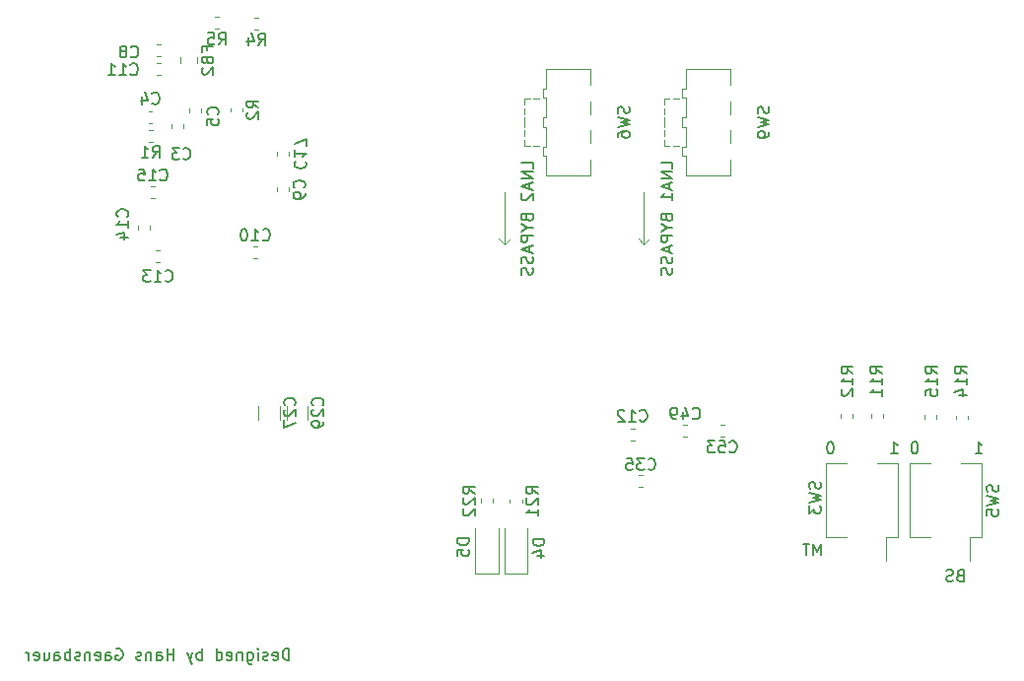
<source format=gbr>
%TF.GenerationSoftware,KiCad,Pcbnew,(5.1.6)-1*%
%TF.CreationDate,2021-04-01T20:33:04-06:00*%
%TF.ProjectId,radar_flight,72616461-725f-4666-9c69-6768742e6b69,rev?*%
%TF.SameCoordinates,Original*%
%TF.FileFunction,Legend,Bot*%
%TF.FilePolarity,Positive*%
%FSLAX46Y46*%
G04 Gerber Fmt 4.6, Leading zero omitted, Abs format (unit mm)*
G04 Created by KiCad (PCBNEW (5.1.6)-1) date 2021-04-01 20:33:04*
%MOMM*%
%LPD*%
G01*
G04 APERTURE LIST*
%ADD10C,0.150000*%
%ADD11C,0.120000*%
G04 APERTURE END LIST*
D10*
X84011904Y-173952380D02*
X84011904Y-172952380D01*
X83773809Y-172952380D01*
X83630952Y-173000000D01*
X83535714Y-173095238D01*
X83488095Y-173190476D01*
X83440476Y-173380952D01*
X83440476Y-173523809D01*
X83488095Y-173714285D01*
X83535714Y-173809523D01*
X83630952Y-173904761D01*
X83773809Y-173952380D01*
X84011904Y-173952380D01*
X82630952Y-173904761D02*
X82726190Y-173952380D01*
X82916666Y-173952380D01*
X83011904Y-173904761D01*
X83059523Y-173809523D01*
X83059523Y-173428571D01*
X83011904Y-173333333D01*
X82916666Y-173285714D01*
X82726190Y-173285714D01*
X82630952Y-173333333D01*
X82583333Y-173428571D01*
X82583333Y-173523809D01*
X83059523Y-173619047D01*
X82202380Y-173904761D02*
X82107142Y-173952380D01*
X81916666Y-173952380D01*
X81821428Y-173904761D01*
X81773809Y-173809523D01*
X81773809Y-173761904D01*
X81821428Y-173666666D01*
X81916666Y-173619047D01*
X82059523Y-173619047D01*
X82154761Y-173571428D01*
X82202380Y-173476190D01*
X82202380Y-173428571D01*
X82154761Y-173333333D01*
X82059523Y-173285714D01*
X81916666Y-173285714D01*
X81821428Y-173333333D01*
X81345238Y-173952380D02*
X81345238Y-173285714D01*
X81345238Y-172952380D02*
X81392857Y-173000000D01*
X81345238Y-173047619D01*
X81297619Y-173000000D01*
X81345238Y-172952380D01*
X81345238Y-173047619D01*
X80440476Y-173285714D02*
X80440476Y-174095238D01*
X80488095Y-174190476D01*
X80535714Y-174238095D01*
X80630952Y-174285714D01*
X80773809Y-174285714D01*
X80869047Y-174238095D01*
X80440476Y-173904761D02*
X80535714Y-173952380D01*
X80726190Y-173952380D01*
X80821428Y-173904761D01*
X80869047Y-173857142D01*
X80916666Y-173761904D01*
X80916666Y-173476190D01*
X80869047Y-173380952D01*
X80821428Y-173333333D01*
X80726190Y-173285714D01*
X80535714Y-173285714D01*
X80440476Y-173333333D01*
X79964285Y-173285714D02*
X79964285Y-173952380D01*
X79964285Y-173380952D02*
X79916666Y-173333333D01*
X79821428Y-173285714D01*
X79678571Y-173285714D01*
X79583333Y-173333333D01*
X79535714Y-173428571D01*
X79535714Y-173952380D01*
X78678571Y-173904761D02*
X78773809Y-173952380D01*
X78964285Y-173952380D01*
X79059523Y-173904761D01*
X79107142Y-173809523D01*
X79107142Y-173428571D01*
X79059523Y-173333333D01*
X78964285Y-173285714D01*
X78773809Y-173285714D01*
X78678571Y-173333333D01*
X78630952Y-173428571D01*
X78630952Y-173523809D01*
X79107142Y-173619047D01*
X77773809Y-173952380D02*
X77773809Y-172952380D01*
X77773809Y-173904761D02*
X77869047Y-173952380D01*
X78059523Y-173952380D01*
X78154761Y-173904761D01*
X78202380Y-173857142D01*
X78250000Y-173761904D01*
X78250000Y-173476190D01*
X78202380Y-173380952D01*
X78154761Y-173333333D01*
X78059523Y-173285714D01*
X77869047Y-173285714D01*
X77773809Y-173333333D01*
X76535714Y-173952380D02*
X76535714Y-172952380D01*
X76535714Y-173333333D02*
X76440476Y-173285714D01*
X76250000Y-173285714D01*
X76154761Y-173333333D01*
X76107142Y-173380952D01*
X76059523Y-173476190D01*
X76059523Y-173761904D01*
X76107142Y-173857142D01*
X76154761Y-173904761D01*
X76250000Y-173952380D01*
X76440476Y-173952380D01*
X76535714Y-173904761D01*
X75726190Y-173285714D02*
X75488095Y-173952380D01*
X75250000Y-173285714D02*
X75488095Y-173952380D01*
X75583333Y-174190476D01*
X75630952Y-174238095D01*
X75726190Y-174285714D01*
X74107142Y-173952380D02*
X74107142Y-172952380D01*
X74107142Y-173428571D02*
X73535714Y-173428571D01*
X73535714Y-173952380D02*
X73535714Y-172952380D01*
X72630952Y-173952380D02*
X72630952Y-173428571D01*
X72678571Y-173333333D01*
X72773809Y-173285714D01*
X72964285Y-173285714D01*
X73059523Y-173333333D01*
X72630952Y-173904761D02*
X72726190Y-173952380D01*
X72964285Y-173952380D01*
X73059523Y-173904761D01*
X73107142Y-173809523D01*
X73107142Y-173714285D01*
X73059523Y-173619047D01*
X72964285Y-173571428D01*
X72726190Y-173571428D01*
X72630952Y-173523809D01*
X72154761Y-173285714D02*
X72154761Y-173952380D01*
X72154761Y-173380952D02*
X72107142Y-173333333D01*
X72011904Y-173285714D01*
X71869047Y-173285714D01*
X71773809Y-173333333D01*
X71726190Y-173428571D01*
X71726190Y-173952380D01*
X71297619Y-173904761D02*
X71202380Y-173952380D01*
X71011904Y-173952380D01*
X70916666Y-173904761D01*
X70869047Y-173809523D01*
X70869047Y-173761904D01*
X70916666Y-173666666D01*
X71011904Y-173619047D01*
X71154761Y-173619047D01*
X71250000Y-173571428D01*
X71297619Y-173476190D01*
X71297619Y-173428571D01*
X71250000Y-173333333D01*
X71154761Y-173285714D01*
X71011904Y-173285714D01*
X70916666Y-173333333D01*
X69154761Y-173000000D02*
X69250000Y-172952380D01*
X69392857Y-172952380D01*
X69535714Y-173000000D01*
X69630952Y-173095238D01*
X69678571Y-173190476D01*
X69726190Y-173380952D01*
X69726190Y-173523809D01*
X69678571Y-173714285D01*
X69630952Y-173809523D01*
X69535714Y-173904761D01*
X69392857Y-173952380D01*
X69297619Y-173952380D01*
X69154761Y-173904761D01*
X69107142Y-173857142D01*
X69107142Y-173523809D01*
X69297619Y-173523809D01*
X68250000Y-173952380D02*
X68250000Y-173428571D01*
X68297619Y-173333333D01*
X68392857Y-173285714D01*
X68583333Y-173285714D01*
X68678571Y-173333333D01*
X68250000Y-173904761D02*
X68345238Y-173952380D01*
X68583333Y-173952380D01*
X68678571Y-173904761D01*
X68726190Y-173809523D01*
X68726190Y-173714285D01*
X68678571Y-173619047D01*
X68583333Y-173571428D01*
X68345238Y-173571428D01*
X68250000Y-173523809D01*
X67392857Y-173904761D02*
X67488095Y-173952380D01*
X67678571Y-173952380D01*
X67773809Y-173904761D01*
X67821428Y-173809523D01*
X67821428Y-173428571D01*
X67773809Y-173333333D01*
X67678571Y-173285714D01*
X67488095Y-173285714D01*
X67392857Y-173333333D01*
X67345238Y-173428571D01*
X67345238Y-173523809D01*
X67821428Y-173619047D01*
X66916666Y-173285714D02*
X66916666Y-173952380D01*
X66916666Y-173380952D02*
X66869047Y-173333333D01*
X66773809Y-173285714D01*
X66630952Y-173285714D01*
X66535714Y-173333333D01*
X66488095Y-173428571D01*
X66488095Y-173952380D01*
X66059523Y-173904761D02*
X65964285Y-173952380D01*
X65773809Y-173952380D01*
X65678571Y-173904761D01*
X65630952Y-173809523D01*
X65630952Y-173761904D01*
X65678571Y-173666666D01*
X65773809Y-173619047D01*
X65916666Y-173619047D01*
X66011904Y-173571428D01*
X66059523Y-173476190D01*
X66059523Y-173428571D01*
X66011904Y-173333333D01*
X65916666Y-173285714D01*
X65773809Y-173285714D01*
X65678571Y-173333333D01*
X65202380Y-173952380D02*
X65202380Y-172952380D01*
X65202380Y-173333333D02*
X65107142Y-173285714D01*
X64916666Y-173285714D01*
X64821428Y-173333333D01*
X64773809Y-173380952D01*
X64726190Y-173476190D01*
X64726190Y-173761904D01*
X64773809Y-173857142D01*
X64821428Y-173904761D01*
X64916666Y-173952380D01*
X65107142Y-173952380D01*
X65202380Y-173904761D01*
X63869047Y-173952380D02*
X63869047Y-173428571D01*
X63916666Y-173333333D01*
X64011904Y-173285714D01*
X64202380Y-173285714D01*
X64297619Y-173333333D01*
X63869047Y-173904761D02*
X63964285Y-173952380D01*
X64202380Y-173952380D01*
X64297619Y-173904761D01*
X64345238Y-173809523D01*
X64345238Y-173714285D01*
X64297619Y-173619047D01*
X64202380Y-173571428D01*
X63964285Y-173571428D01*
X63869047Y-173523809D01*
X62964285Y-173285714D02*
X62964285Y-173952380D01*
X63392857Y-173285714D02*
X63392857Y-173809523D01*
X63345238Y-173904761D01*
X63250000Y-173952380D01*
X63107142Y-173952380D01*
X63011904Y-173904761D01*
X62964285Y-173857142D01*
X62107142Y-173904761D02*
X62202380Y-173952380D01*
X62392857Y-173952380D01*
X62488095Y-173904761D01*
X62535714Y-173809523D01*
X62535714Y-173428571D01*
X62488095Y-173333333D01*
X62392857Y-173285714D01*
X62202380Y-173285714D01*
X62107142Y-173333333D01*
X62059523Y-173428571D01*
X62059523Y-173523809D01*
X62535714Y-173619047D01*
X61630952Y-173952380D02*
X61630952Y-173285714D01*
X61630952Y-173476190D02*
X61583333Y-173380952D01*
X61535714Y-173333333D01*
X61440476Y-173285714D01*
X61345238Y-173285714D01*
D11*
X102500000Y-138250000D02*
X102000000Y-137750000D01*
X102500000Y-133750000D02*
X102500000Y-138250000D01*
X102500000Y-138250000D02*
X103000000Y-137750000D01*
X114500000Y-138250000D02*
X114000000Y-137750000D01*
X114500000Y-138250000D02*
X115000000Y-137750000D01*
X114500000Y-133750000D02*
X114500000Y-138250000D01*
D10*
X104952380Y-131690476D02*
X104952380Y-131214285D01*
X103952380Y-131214285D01*
X104952380Y-132023809D02*
X103952380Y-132023809D01*
X104952380Y-132595238D01*
X103952380Y-132595238D01*
X104666666Y-133023809D02*
X104666666Y-133500000D01*
X104952380Y-132928571D02*
X103952380Y-133261904D01*
X104952380Y-133595238D01*
X104047619Y-133880952D02*
X104000000Y-133928571D01*
X103952380Y-134023809D01*
X103952380Y-134261904D01*
X104000000Y-134357142D01*
X104047619Y-134404761D01*
X104142857Y-134452380D01*
X104238095Y-134452380D01*
X104380952Y-134404761D01*
X104952380Y-133833333D01*
X104952380Y-134452380D01*
X104428571Y-135976190D02*
X104476190Y-136119047D01*
X104523809Y-136166666D01*
X104619047Y-136214285D01*
X104761904Y-136214285D01*
X104857142Y-136166666D01*
X104904761Y-136119047D01*
X104952380Y-136023809D01*
X104952380Y-135642857D01*
X103952380Y-135642857D01*
X103952380Y-135976190D01*
X104000000Y-136071428D01*
X104047619Y-136119047D01*
X104142857Y-136166666D01*
X104238095Y-136166666D01*
X104333333Y-136119047D01*
X104380952Y-136071428D01*
X104428571Y-135976190D01*
X104428571Y-135642857D01*
X104476190Y-136833333D02*
X104952380Y-136833333D01*
X103952380Y-136500000D02*
X104476190Y-136833333D01*
X103952380Y-137166666D01*
X104952380Y-137500000D02*
X103952380Y-137500000D01*
X103952380Y-137880952D01*
X104000000Y-137976190D01*
X104047619Y-138023809D01*
X104142857Y-138071428D01*
X104285714Y-138071428D01*
X104380952Y-138023809D01*
X104428571Y-137976190D01*
X104476190Y-137880952D01*
X104476190Y-137500000D01*
X104666666Y-138452380D02*
X104666666Y-138928571D01*
X104952380Y-138357142D02*
X103952380Y-138690476D01*
X104952380Y-139023809D01*
X104904761Y-139309523D02*
X104952380Y-139452380D01*
X104952380Y-139690476D01*
X104904761Y-139785714D01*
X104857142Y-139833333D01*
X104761904Y-139880952D01*
X104666666Y-139880952D01*
X104571428Y-139833333D01*
X104523809Y-139785714D01*
X104476190Y-139690476D01*
X104428571Y-139500000D01*
X104380952Y-139404761D01*
X104333333Y-139357142D01*
X104238095Y-139309523D01*
X104142857Y-139309523D01*
X104047619Y-139357142D01*
X104000000Y-139404761D01*
X103952380Y-139500000D01*
X103952380Y-139738095D01*
X104000000Y-139880952D01*
X104904761Y-140261904D02*
X104952380Y-140404761D01*
X104952380Y-140642857D01*
X104904761Y-140738095D01*
X104857142Y-140785714D01*
X104761904Y-140833333D01*
X104666666Y-140833333D01*
X104571428Y-140785714D01*
X104523809Y-140738095D01*
X104476190Y-140642857D01*
X104428571Y-140452380D01*
X104380952Y-140357142D01*
X104333333Y-140309523D01*
X104238095Y-140261904D01*
X104142857Y-140261904D01*
X104047619Y-140309523D01*
X104000000Y-140357142D01*
X103952380Y-140452380D01*
X103952380Y-140690476D01*
X104000000Y-140833333D01*
X116952380Y-131690476D02*
X116952380Y-131214285D01*
X115952380Y-131214285D01*
X116952380Y-132023809D02*
X115952380Y-132023809D01*
X116952380Y-132595238D01*
X115952380Y-132595238D01*
X116666666Y-133023809D02*
X116666666Y-133500000D01*
X116952380Y-132928571D02*
X115952380Y-133261904D01*
X116952380Y-133595238D01*
X116952380Y-134452380D02*
X116952380Y-133880952D01*
X116952380Y-134166666D02*
X115952380Y-134166666D01*
X116095238Y-134071428D01*
X116190476Y-133976190D01*
X116238095Y-133880952D01*
X116428571Y-135976190D02*
X116476190Y-136119047D01*
X116523809Y-136166666D01*
X116619047Y-136214285D01*
X116761904Y-136214285D01*
X116857142Y-136166666D01*
X116904761Y-136119047D01*
X116952380Y-136023809D01*
X116952380Y-135642857D01*
X115952380Y-135642857D01*
X115952380Y-135976190D01*
X116000000Y-136071428D01*
X116047619Y-136119047D01*
X116142857Y-136166666D01*
X116238095Y-136166666D01*
X116333333Y-136119047D01*
X116380952Y-136071428D01*
X116428571Y-135976190D01*
X116428571Y-135642857D01*
X116476190Y-136833333D02*
X116952380Y-136833333D01*
X115952380Y-136500000D02*
X116476190Y-136833333D01*
X115952380Y-137166666D01*
X116952380Y-137500000D02*
X115952380Y-137500000D01*
X115952380Y-137880952D01*
X116000000Y-137976190D01*
X116047619Y-138023809D01*
X116142857Y-138071428D01*
X116285714Y-138071428D01*
X116380952Y-138023809D01*
X116428571Y-137976190D01*
X116476190Y-137880952D01*
X116476190Y-137500000D01*
X116666666Y-138452380D02*
X116666666Y-138928571D01*
X116952380Y-138357142D02*
X115952380Y-138690476D01*
X116952380Y-139023809D01*
X116904761Y-139309523D02*
X116952380Y-139452380D01*
X116952380Y-139690476D01*
X116904761Y-139785714D01*
X116857142Y-139833333D01*
X116761904Y-139880952D01*
X116666666Y-139880952D01*
X116571428Y-139833333D01*
X116523809Y-139785714D01*
X116476190Y-139690476D01*
X116428571Y-139500000D01*
X116380952Y-139404761D01*
X116333333Y-139357142D01*
X116238095Y-139309523D01*
X116142857Y-139309523D01*
X116047619Y-139357142D01*
X116000000Y-139404761D01*
X115952380Y-139500000D01*
X115952380Y-139738095D01*
X116000000Y-139880952D01*
X116904761Y-140261904D02*
X116952380Y-140404761D01*
X116952380Y-140642857D01*
X116904761Y-140738095D01*
X116857142Y-140785714D01*
X116761904Y-140833333D01*
X116666666Y-140833333D01*
X116571428Y-140785714D01*
X116523809Y-140738095D01*
X116476190Y-140642857D01*
X116428571Y-140452380D01*
X116380952Y-140357142D01*
X116333333Y-140309523D01*
X116238095Y-140261904D01*
X116142857Y-140261904D01*
X116047619Y-140309523D01*
X116000000Y-140357142D01*
X115952380Y-140452380D01*
X115952380Y-140690476D01*
X116000000Y-140833333D01*
X137797619Y-155202380D02*
X137702380Y-155202380D01*
X137607142Y-155250000D01*
X137559523Y-155297619D01*
X137511904Y-155392857D01*
X137464285Y-155583333D01*
X137464285Y-155821428D01*
X137511904Y-156011904D01*
X137559523Y-156107142D01*
X137607142Y-156154761D01*
X137702380Y-156202380D01*
X137797619Y-156202380D01*
X137892857Y-156154761D01*
X137940476Y-156107142D01*
X137988095Y-156011904D01*
X138035714Y-155821428D01*
X138035714Y-155583333D01*
X137988095Y-155392857D01*
X137940476Y-155297619D01*
X137892857Y-155250000D01*
X137797619Y-155202380D01*
X142964285Y-156202380D02*
X143535714Y-156202380D01*
X143250000Y-156202380D02*
X143250000Y-155202380D01*
X143345238Y-155345238D01*
X143440476Y-155440476D01*
X143535714Y-155488095D01*
X135714285Y-156202380D02*
X136285714Y-156202380D01*
X136000000Y-156202380D02*
X136000000Y-155202380D01*
X136095238Y-155345238D01*
X136190476Y-155440476D01*
X136285714Y-155488095D01*
X130547619Y-155202380D02*
X130452380Y-155202380D01*
X130357142Y-155250000D01*
X130309523Y-155297619D01*
X130261904Y-155392857D01*
X130214285Y-155583333D01*
X130214285Y-155821428D01*
X130261904Y-156011904D01*
X130309523Y-156107142D01*
X130357142Y-156154761D01*
X130452380Y-156202380D01*
X130547619Y-156202380D01*
X130642857Y-156154761D01*
X130690476Y-156107142D01*
X130738095Y-156011904D01*
X130785714Y-155821428D01*
X130785714Y-155583333D01*
X130738095Y-155392857D01*
X130690476Y-155297619D01*
X130642857Y-155250000D01*
X130547619Y-155202380D01*
X141654761Y-166678571D02*
X141511904Y-166726190D01*
X141464285Y-166773809D01*
X141416666Y-166869047D01*
X141416666Y-167011904D01*
X141464285Y-167107142D01*
X141511904Y-167154761D01*
X141607142Y-167202380D01*
X141988095Y-167202380D01*
X141988095Y-166202380D01*
X141654761Y-166202380D01*
X141559523Y-166250000D01*
X141511904Y-166297619D01*
X141464285Y-166392857D01*
X141464285Y-166488095D01*
X141511904Y-166583333D01*
X141559523Y-166630952D01*
X141654761Y-166678571D01*
X141988095Y-166678571D01*
X141035714Y-167154761D02*
X140892857Y-167202380D01*
X140654761Y-167202380D01*
X140559523Y-167154761D01*
X140511904Y-167107142D01*
X140464285Y-167011904D01*
X140464285Y-166916666D01*
X140511904Y-166821428D01*
X140559523Y-166773809D01*
X140654761Y-166726190D01*
X140845238Y-166678571D01*
X140940476Y-166630952D01*
X140988095Y-166583333D01*
X141035714Y-166488095D01*
X141035714Y-166392857D01*
X140988095Y-166297619D01*
X140940476Y-166250000D01*
X140845238Y-166202380D01*
X140607142Y-166202380D01*
X140464285Y-166250000D01*
X129714285Y-164952380D02*
X129714285Y-163952380D01*
X129380952Y-164666666D01*
X129047619Y-163952380D01*
X129047619Y-164952380D01*
X128714285Y-163952380D02*
X128142857Y-163952380D01*
X128428571Y-164952380D02*
X128428571Y-163952380D01*
D11*
%TO.C,C53*%
X121049721Y-153740000D02*
X121375279Y-153740000D01*
X121049721Y-154760000D02*
X121375279Y-154760000D01*
%TO.C,C49*%
X118200279Y-154760000D02*
X117874721Y-154760000D01*
X118200279Y-153740000D02*
X117874721Y-153740000D01*
%TO.C,D5*%
X102000000Y-166550000D02*
X100000000Y-166550000D01*
X100000000Y-166550000D02*
X100000000Y-162650000D01*
X102000000Y-166550000D02*
X102000000Y-162650000D01*
%TO.C,D4*%
X104500000Y-166550000D02*
X102500000Y-166550000D01*
X102500000Y-166550000D02*
X102500000Y-162650000D01*
X104500000Y-166550000D02*
X104500000Y-162650000D01*
%TO.C,SW9*%
X116200000Y-128150000D02*
X116200000Y-128150000D01*
X116200000Y-127350000D02*
X116200000Y-128150000D01*
X116200000Y-127050000D02*
X116200000Y-127050000D01*
X116200000Y-126550000D02*
X116200000Y-127050000D01*
X116200000Y-128450000D02*
X116200000Y-128450000D01*
X116200000Y-128950000D02*
X116200000Y-128450000D01*
X117500000Y-129750000D02*
X117500000Y-129750000D01*
X117000000Y-129750000D02*
X117500000Y-129750000D01*
X117500000Y-125750000D02*
X117500000Y-125750000D01*
X117000000Y-125750000D02*
X117500000Y-125750000D01*
X116700000Y-125750000D02*
X116700000Y-125750000D01*
X116200000Y-125750000D02*
X116700000Y-125750000D01*
X116200000Y-126250000D02*
X116200000Y-126250000D01*
X116200000Y-125750000D02*
X116200000Y-126250000D01*
X116200000Y-129250000D02*
X116200000Y-129250000D01*
X116200000Y-129750000D02*
X116200000Y-129250000D01*
X116700000Y-129750000D02*
X116700000Y-129750000D01*
X116200000Y-129750000D02*
X116700000Y-129750000D01*
X118100000Y-132350000D02*
X118100000Y-132350000D01*
X118100000Y-130650000D02*
X118100000Y-132350000D01*
X117800000Y-130650000D02*
X118100000Y-130650000D01*
X117800000Y-129850000D02*
X117800000Y-130650000D01*
X118100000Y-129850000D02*
X117800000Y-129850000D01*
X118100000Y-128150000D02*
X118100000Y-129850000D01*
X117800000Y-128150000D02*
X118100000Y-128150000D01*
X117800000Y-127350000D02*
X117800000Y-128150000D01*
X118100000Y-127350000D02*
X117800000Y-127350000D01*
X118100000Y-125650000D02*
X118100000Y-127350000D01*
X117800000Y-125650000D02*
X118100000Y-125650000D01*
X117800000Y-124850000D02*
X117800000Y-125650000D01*
X118100000Y-124850000D02*
X117800000Y-124850000D01*
X118100000Y-123150000D02*
X118100000Y-124850000D01*
X121900000Y-129550000D02*
X121900000Y-129550000D01*
X121900000Y-128450000D02*
X121900000Y-129550000D01*
X121900000Y-127050000D02*
X121900000Y-127050000D01*
X121900000Y-125950000D02*
X121900000Y-127050000D01*
X121900000Y-132350000D02*
X121900000Y-130950000D01*
X118100000Y-132350000D02*
X121900000Y-132350000D01*
X121900000Y-123150000D02*
X118100000Y-123150000D01*
X121900000Y-124550000D02*
X121900000Y-123150000D01*
%TO.C,SW6*%
X104200000Y-128150000D02*
X104200000Y-128150000D01*
X104200000Y-127350000D02*
X104200000Y-128150000D01*
X104200000Y-127050000D02*
X104200000Y-127050000D01*
X104200000Y-126550000D02*
X104200000Y-127050000D01*
X104200000Y-128450000D02*
X104200000Y-128450000D01*
X104200000Y-128950000D02*
X104200000Y-128450000D01*
X105500000Y-129750000D02*
X105500000Y-129750000D01*
X105000000Y-129750000D02*
X105500000Y-129750000D01*
X105500000Y-125750000D02*
X105500000Y-125750000D01*
X105000000Y-125750000D02*
X105500000Y-125750000D01*
X104700000Y-125750000D02*
X104700000Y-125750000D01*
X104200000Y-125750000D02*
X104700000Y-125750000D01*
X104200000Y-126250000D02*
X104200000Y-126250000D01*
X104200000Y-125750000D02*
X104200000Y-126250000D01*
X104200000Y-129250000D02*
X104200000Y-129250000D01*
X104200000Y-129750000D02*
X104200000Y-129250000D01*
X104700000Y-129750000D02*
X104700000Y-129750000D01*
X104200000Y-129750000D02*
X104700000Y-129750000D01*
X106100000Y-132350000D02*
X106100000Y-132350000D01*
X106100000Y-130650000D02*
X106100000Y-132350000D01*
X105800000Y-130650000D02*
X106100000Y-130650000D01*
X105800000Y-129850000D02*
X105800000Y-130650000D01*
X106100000Y-129850000D02*
X105800000Y-129850000D01*
X106100000Y-128150000D02*
X106100000Y-129850000D01*
X105800000Y-128150000D02*
X106100000Y-128150000D01*
X105800000Y-127350000D02*
X105800000Y-128150000D01*
X106100000Y-127350000D02*
X105800000Y-127350000D01*
X106100000Y-125650000D02*
X106100000Y-127350000D01*
X105800000Y-125650000D02*
X106100000Y-125650000D01*
X105800000Y-124850000D02*
X105800000Y-125650000D01*
X106100000Y-124850000D02*
X105800000Y-124850000D01*
X106100000Y-123150000D02*
X106100000Y-124850000D01*
X109900000Y-129550000D02*
X109900000Y-129550000D01*
X109900000Y-128450000D02*
X109900000Y-129550000D01*
X109900000Y-127050000D02*
X109900000Y-127050000D01*
X109900000Y-125950000D02*
X109900000Y-127050000D01*
X109900000Y-132350000D02*
X109900000Y-130950000D01*
X106100000Y-132350000D02*
X109900000Y-132350000D01*
X109900000Y-123150000D02*
X106100000Y-123150000D01*
X109900000Y-124550000D02*
X109900000Y-123150000D01*
%TO.C,SW5*%
X139069000Y-157040000D02*
X137329000Y-157040000D01*
X139069000Y-163360000D02*
X137329000Y-163360000D01*
X143470000Y-157040000D02*
X141731000Y-157040000D01*
X143470000Y-163360000D02*
X143470000Y-157040000D01*
X143470000Y-163360000D02*
X142521000Y-163360000D01*
X142521000Y-165400000D02*
X142521000Y-163360000D01*
X137329000Y-163360000D02*
X137329000Y-157040000D01*
%TO.C,SW3*%
X131869000Y-157040000D02*
X130129000Y-157040000D01*
X131869000Y-163360000D02*
X130129000Y-163360000D01*
X136270000Y-157040000D02*
X134531000Y-157040000D01*
X136270000Y-163360000D02*
X136270000Y-157040000D01*
X136270000Y-163360000D02*
X135321000Y-163360000D01*
X135321000Y-165400000D02*
X135321000Y-163360000D01*
X130129000Y-163360000D02*
X130129000Y-157040000D01*
%TO.C,R22*%
X100490000Y-160450279D02*
X100490000Y-160124721D01*
X101510000Y-160450279D02*
X101510000Y-160124721D01*
%TO.C,R21*%
X102990000Y-160462779D02*
X102990000Y-160137221D01*
X104010000Y-160462779D02*
X104010000Y-160137221D01*
%TO.C,R15*%
X139610000Y-152924721D02*
X139610000Y-153250279D01*
X138590000Y-152924721D02*
X138590000Y-153250279D01*
%TO.C,R14*%
X142310000Y-152949721D02*
X142310000Y-153275279D01*
X141290000Y-152949721D02*
X141290000Y-153275279D01*
%TO.C,R12*%
X132410000Y-152824721D02*
X132410000Y-153150279D01*
X131390000Y-152824721D02*
X131390000Y-153150279D01*
%TO.C,R11*%
X135010000Y-152837221D02*
X135010000Y-153162779D01*
X133990000Y-152837221D02*
X133990000Y-153162779D01*
%TO.C,R5*%
X77624721Y-118690000D02*
X77950279Y-118690000D01*
X77624721Y-119710000D02*
X77950279Y-119710000D01*
%TO.C,R4*%
X81049721Y-118740000D02*
X81375279Y-118740000D01*
X81049721Y-119760000D02*
X81375279Y-119760000D01*
%TO.C,R2*%
X78990000Y-126850279D02*
X78990000Y-126524721D01*
X80010000Y-126850279D02*
X80010000Y-126524721D01*
%TO.C,R1*%
X71949721Y-128390000D02*
X72275279Y-128390000D01*
X71949721Y-129410000D02*
X72275279Y-129410000D01*
%TO.C,FB2*%
X74690000Y-122696078D02*
X74690000Y-122178922D01*
X76110000Y-122696078D02*
X76110000Y-122178922D01*
%TO.C,C35*%
X114375279Y-159110000D02*
X114049721Y-159110000D01*
X114375279Y-158090000D02*
X114049721Y-158090000D01*
%TO.C,C29*%
X83790000Y-153302064D02*
X83790000Y-152097936D01*
X85610000Y-153302064D02*
X85610000Y-152097936D01*
%TO.C,C27*%
X81390000Y-153302064D02*
X81390000Y-152097936D01*
X83210000Y-153302064D02*
X83210000Y-152097936D01*
%TO.C,C17*%
X82990000Y-130625279D02*
X82990000Y-130299721D01*
X84010000Y-130625279D02*
X84010000Y-130299721D01*
%TO.C,C15*%
X72450279Y-134260000D02*
X72124721Y-134260000D01*
X72450279Y-133240000D02*
X72124721Y-133240000D01*
%TO.C,C14*%
X70990000Y-136950279D02*
X70990000Y-136624721D01*
X72010000Y-136950279D02*
X72010000Y-136624721D01*
%TO.C,C13*%
X72875279Y-139760000D02*
X72549721Y-139760000D01*
X72875279Y-138740000D02*
X72549721Y-138740000D01*
%TO.C,C12*%
X113349721Y-154090000D02*
X113675279Y-154090000D01*
X113349721Y-155110000D02*
X113675279Y-155110000D01*
%TO.C,C11*%
X72950279Y-123710000D02*
X72624721Y-123710000D01*
X72950279Y-122690000D02*
X72624721Y-122690000D01*
%TO.C,C10*%
X81275279Y-139410000D02*
X80949721Y-139410000D01*
X81275279Y-138390000D02*
X80949721Y-138390000D01*
%TO.C,C9*%
X82990000Y-133700279D02*
X82990000Y-133374721D01*
X84010000Y-133700279D02*
X84010000Y-133374721D01*
%TO.C,C8*%
X72637221Y-121090000D02*
X72962779Y-121090000D01*
X72637221Y-122110000D02*
X72962779Y-122110000D01*
%TO.C,C5*%
X76410000Y-126549721D02*
X76410000Y-126875279D01*
X75390000Y-126549721D02*
X75390000Y-126875279D01*
%TO.C,C4*%
X71924721Y-126790000D02*
X72250279Y-126790000D01*
X71924721Y-127810000D02*
X72250279Y-127810000D01*
%TO.C,C3*%
X73890000Y-128250279D02*
X73890000Y-127924721D01*
X74910000Y-128250279D02*
X74910000Y-127924721D01*
%TO.C,C53*%
D10*
X121855357Y-156037142D02*
X121902976Y-156084761D01*
X122045833Y-156132380D01*
X122141071Y-156132380D01*
X122283928Y-156084761D01*
X122379166Y-155989523D01*
X122426785Y-155894285D01*
X122474404Y-155703809D01*
X122474404Y-155560952D01*
X122426785Y-155370476D01*
X122379166Y-155275238D01*
X122283928Y-155180000D01*
X122141071Y-155132380D01*
X122045833Y-155132380D01*
X121902976Y-155180000D01*
X121855357Y-155227619D01*
X120950595Y-155132380D02*
X121426785Y-155132380D01*
X121474404Y-155608571D01*
X121426785Y-155560952D01*
X121331547Y-155513333D01*
X121093452Y-155513333D01*
X120998214Y-155560952D01*
X120950595Y-155608571D01*
X120902976Y-155703809D01*
X120902976Y-155941904D01*
X120950595Y-156037142D01*
X120998214Y-156084761D01*
X121093452Y-156132380D01*
X121331547Y-156132380D01*
X121426785Y-156084761D01*
X121474404Y-156037142D01*
X120569642Y-155132380D02*
X119950595Y-155132380D01*
X120283928Y-155513333D01*
X120141071Y-155513333D01*
X120045833Y-155560952D01*
X119998214Y-155608571D01*
X119950595Y-155703809D01*
X119950595Y-155941904D01*
X119998214Y-156037142D01*
X120045833Y-156084761D01*
X120141071Y-156132380D01*
X120426785Y-156132380D01*
X120522023Y-156084761D01*
X120569642Y-156037142D01*
%TO.C,C49*%
X118680357Y-153177142D02*
X118727976Y-153224761D01*
X118870833Y-153272380D01*
X118966071Y-153272380D01*
X119108928Y-153224761D01*
X119204166Y-153129523D01*
X119251785Y-153034285D01*
X119299404Y-152843809D01*
X119299404Y-152700952D01*
X119251785Y-152510476D01*
X119204166Y-152415238D01*
X119108928Y-152320000D01*
X118966071Y-152272380D01*
X118870833Y-152272380D01*
X118727976Y-152320000D01*
X118680357Y-152367619D01*
X117823214Y-152605714D02*
X117823214Y-153272380D01*
X118061309Y-152224761D02*
X118299404Y-152939047D01*
X117680357Y-152939047D01*
X117251785Y-153272380D02*
X117061309Y-153272380D01*
X116966071Y-153224761D01*
X116918452Y-153177142D01*
X116823214Y-153034285D01*
X116775595Y-152843809D01*
X116775595Y-152462857D01*
X116823214Y-152367619D01*
X116870833Y-152320000D01*
X116966071Y-152272380D01*
X117156547Y-152272380D01*
X117251785Y-152320000D01*
X117299404Y-152367619D01*
X117347023Y-152462857D01*
X117347023Y-152700952D01*
X117299404Y-152796190D01*
X117251785Y-152843809D01*
X117156547Y-152891428D01*
X116966071Y-152891428D01*
X116870833Y-152843809D01*
X116823214Y-152796190D01*
X116775595Y-152700952D01*
%TO.C,D5*%
X99452380Y-163511904D02*
X98452380Y-163511904D01*
X98452380Y-163750000D01*
X98500000Y-163892857D01*
X98595238Y-163988095D01*
X98690476Y-164035714D01*
X98880952Y-164083333D01*
X99023809Y-164083333D01*
X99214285Y-164035714D01*
X99309523Y-163988095D01*
X99404761Y-163892857D01*
X99452380Y-163750000D01*
X99452380Y-163511904D01*
X98452380Y-164988095D02*
X98452380Y-164511904D01*
X98928571Y-164464285D01*
X98880952Y-164511904D01*
X98833333Y-164607142D01*
X98833333Y-164845238D01*
X98880952Y-164940476D01*
X98928571Y-164988095D01*
X99023809Y-165035714D01*
X99261904Y-165035714D01*
X99357142Y-164988095D01*
X99404761Y-164940476D01*
X99452380Y-164845238D01*
X99452380Y-164607142D01*
X99404761Y-164511904D01*
X99357142Y-164464285D01*
%TO.C,D4*%
X105952380Y-163561904D02*
X104952380Y-163561904D01*
X104952380Y-163800000D01*
X105000000Y-163942857D01*
X105095238Y-164038095D01*
X105190476Y-164085714D01*
X105380952Y-164133333D01*
X105523809Y-164133333D01*
X105714285Y-164085714D01*
X105809523Y-164038095D01*
X105904761Y-163942857D01*
X105952380Y-163800000D01*
X105952380Y-163561904D01*
X105285714Y-164990476D02*
X105952380Y-164990476D01*
X104904761Y-164752380D02*
X105619047Y-164514285D01*
X105619047Y-165133333D01*
%TO.C,SW9*%
X125204761Y-126416666D02*
X125252380Y-126559523D01*
X125252380Y-126797619D01*
X125204761Y-126892857D01*
X125157142Y-126940476D01*
X125061904Y-126988095D01*
X124966666Y-126988095D01*
X124871428Y-126940476D01*
X124823809Y-126892857D01*
X124776190Y-126797619D01*
X124728571Y-126607142D01*
X124680952Y-126511904D01*
X124633333Y-126464285D01*
X124538095Y-126416666D01*
X124442857Y-126416666D01*
X124347619Y-126464285D01*
X124300000Y-126511904D01*
X124252380Y-126607142D01*
X124252380Y-126845238D01*
X124300000Y-126988095D01*
X124252380Y-127321428D02*
X125252380Y-127559523D01*
X124538095Y-127750000D01*
X125252380Y-127940476D01*
X124252380Y-128178571D01*
X125252380Y-128607142D02*
X125252380Y-128797619D01*
X125204761Y-128892857D01*
X125157142Y-128940476D01*
X125014285Y-129035714D01*
X124823809Y-129083333D01*
X124442857Y-129083333D01*
X124347619Y-129035714D01*
X124300000Y-128988095D01*
X124252380Y-128892857D01*
X124252380Y-128702380D01*
X124300000Y-128607142D01*
X124347619Y-128559523D01*
X124442857Y-128511904D01*
X124680952Y-128511904D01*
X124776190Y-128559523D01*
X124823809Y-128607142D01*
X124871428Y-128702380D01*
X124871428Y-128892857D01*
X124823809Y-128988095D01*
X124776190Y-129035714D01*
X124680952Y-129083333D01*
%TO.C,SW6*%
X113204761Y-126416666D02*
X113252380Y-126559523D01*
X113252380Y-126797619D01*
X113204761Y-126892857D01*
X113157142Y-126940476D01*
X113061904Y-126988095D01*
X112966666Y-126988095D01*
X112871428Y-126940476D01*
X112823809Y-126892857D01*
X112776190Y-126797619D01*
X112728571Y-126607142D01*
X112680952Y-126511904D01*
X112633333Y-126464285D01*
X112538095Y-126416666D01*
X112442857Y-126416666D01*
X112347619Y-126464285D01*
X112300000Y-126511904D01*
X112252380Y-126607142D01*
X112252380Y-126845238D01*
X112300000Y-126988095D01*
X112252380Y-127321428D02*
X113252380Y-127559523D01*
X112538095Y-127750000D01*
X113252380Y-127940476D01*
X112252380Y-128178571D01*
X112252380Y-128988095D02*
X112252380Y-128797619D01*
X112300000Y-128702380D01*
X112347619Y-128654761D01*
X112490476Y-128559523D01*
X112680952Y-128511904D01*
X113061904Y-128511904D01*
X113157142Y-128559523D01*
X113204761Y-128607142D01*
X113252380Y-128702380D01*
X113252380Y-128892857D01*
X113204761Y-128988095D01*
X113157142Y-129035714D01*
X113061904Y-129083333D01*
X112823809Y-129083333D01*
X112728571Y-129035714D01*
X112680952Y-128988095D01*
X112633333Y-128892857D01*
X112633333Y-128702380D01*
X112680952Y-128607142D01*
X112728571Y-128559523D01*
X112823809Y-128511904D01*
%TO.C,SW5*%
X144904761Y-158916666D02*
X144952380Y-159059523D01*
X144952380Y-159297619D01*
X144904761Y-159392857D01*
X144857142Y-159440476D01*
X144761904Y-159488095D01*
X144666666Y-159488095D01*
X144571428Y-159440476D01*
X144523809Y-159392857D01*
X144476190Y-159297619D01*
X144428571Y-159107142D01*
X144380952Y-159011904D01*
X144333333Y-158964285D01*
X144238095Y-158916666D01*
X144142857Y-158916666D01*
X144047619Y-158964285D01*
X144000000Y-159011904D01*
X143952380Y-159107142D01*
X143952380Y-159345238D01*
X144000000Y-159488095D01*
X143952380Y-159821428D02*
X144952380Y-160059523D01*
X144238095Y-160250000D01*
X144952380Y-160440476D01*
X143952380Y-160678571D01*
X143952380Y-161535714D02*
X143952380Y-161059523D01*
X144428571Y-161011904D01*
X144380952Y-161059523D01*
X144333333Y-161154761D01*
X144333333Y-161392857D01*
X144380952Y-161488095D01*
X144428571Y-161535714D01*
X144523809Y-161583333D01*
X144761904Y-161583333D01*
X144857142Y-161535714D01*
X144904761Y-161488095D01*
X144952380Y-161392857D01*
X144952380Y-161154761D01*
X144904761Y-161059523D01*
X144857142Y-161011904D01*
%TO.C,SW3*%
X129654761Y-158666666D02*
X129702380Y-158809523D01*
X129702380Y-159047619D01*
X129654761Y-159142857D01*
X129607142Y-159190476D01*
X129511904Y-159238095D01*
X129416666Y-159238095D01*
X129321428Y-159190476D01*
X129273809Y-159142857D01*
X129226190Y-159047619D01*
X129178571Y-158857142D01*
X129130952Y-158761904D01*
X129083333Y-158714285D01*
X128988095Y-158666666D01*
X128892857Y-158666666D01*
X128797619Y-158714285D01*
X128750000Y-158761904D01*
X128702380Y-158857142D01*
X128702380Y-159095238D01*
X128750000Y-159238095D01*
X128702380Y-159571428D02*
X129702380Y-159809523D01*
X128988095Y-160000000D01*
X129702380Y-160190476D01*
X128702380Y-160428571D01*
X128702380Y-160714285D02*
X128702380Y-161333333D01*
X129083333Y-161000000D01*
X129083333Y-161142857D01*
X129130952Y-161238095D01*
X129178571Y-161285714D01*
X129273809Y-161333333D01*
X129511904Y-161333333D01*
X129607142Y-161285714D01*
X129654761Y-161238095D01*
X129702380Y-161142857D01*
X129702380Y-160857142D01*
X129654761Y-160761904D01*
X129607142Y-160714285D01*
%TO.C,R22*%
X99952380Y-159644642D02*
X99476190Y-159311309D01*
X99952380Y-159073214D02*
X98952380Y-159073214D01*
X98952380Y-159454166D01*
X99000000Y-159549404D01*
X99047619Y-159597023D01*
X99142857Y-159644642D01*
X99285714Y-159644642D01*
X99380952Y-159597023D01*
X99428571Y-159549404D01*
X99476190Y-159454166D01*
X99476190Y-159073214D01*
X99047619Y-160025595D02*
X99000000Y-160073214D01*
X98952380Y-160168452D01*
X98952380Y-160406547D01*
X99000000Y-160501785D01*
X99047619Y-160549404D01*
X99142857Y-160597023D01*
X99238095Y-160597023D01*
X99380952Y-160549404D01*
X99952380Y-159977976D01*
X99952380Y-160597023D01*
X99047619Y-160977976D02*
X99000000Y-161025595D01*
X98952380Y-161120833D01*
X98952380Y-161358928D01*
X99000000Y-161454166D01*
X99047619Y-161501785D01*
X99142857Y-161549404D01*
X99238095Y-161549404D01*
X99380952Y-161501785D01*
X99952380Y-160930357D01*
X99952380Y-161549404D01*
%TO.C,R21*%
X105382380Y-159657142D02*
X104906190Y-159323809D01*
X105382380Y-159085714D02*
X104382380Y-159085714D01*
X104382380Y-159466666D01*
X104430000Y-159561904D01*
X104477619Y-159609523D01*
X104572857Y-159657142D01*
X104715714Y-159657142D01*
X104810952Y-159609523D01*
X104858571Y-159561904D01*
X104906190Y-159466666D01*
X104906190Y-159085714D01*
X104477619Y-160038095D02*
X104430000Y-160085714D01*
X104382380Y-160180952D01*
X104382380Y-160419047D01*
X104430000Y-160514285D01*
X104477619Y-160561904D01*
X104572857Y-160609523D01*
X104668095Y-160609523D01*
X104810952Y-160561904D01*
X105382380Y-159990476D01*
X105382380Y-160609523D01*
X105382380Y-161561904D02*
X105382380Y-160990476D01*
X105382380Y-161276190D02*
X104382380Y-161276190D01*
X104525238Y-161180952D01*
X104620476Y-161085714D01*
X104668095Y-160990476D01*
%TO.C,R15*%
X139702380Y-149357142D02*
X139226190Y-149023809D01*
X139702380Y-148785714D02*
X138702380Y-148785714D01*
X138702380Y-149166666D01*
X138750000Y-149261904D01*
X138797619Y-149309523D01*
X138892857Y-149357142D01*
X139035714Y-149357142D01*
X139130952Y-149309523D01*
X139178571Y-149261904D01*
X139226190Y-149166666D01*
X139226190Y-148785714D01*
X139702380Y-150309523D02*
X139702380Y-149738095D01*
X139702380Y-150023809D02*
X138702380Y-150023809D01*
X138845238Y-149928571D01*
X138940476Y-149833333D01*
X138988095Y-149738095D01*
X138702380Y-151214285D02*
X138702380Y-150738095D01*
X139178571Y-150690476D01*
X139130952Y-150738095D01*
X139083333Y-150833333D01*
X139083333Y-151071428D01*
X139130952Y-151166666D01*
X139178571Y-151214285D01*
X139273809Y-151261904D01*
X139511904Y-151261904D01*
X139607142Y-151214285D01*
X139654761Y-151166666D01*
X139702380Y-151071428D01*
X139702380Y-150833333D01*
X139654761Y-150738095D01*
X139607142Y-150690476D01*
%TO.C,R14*%
X142202380Y-149357142D02*
X141726190Y-149023809D01*
X142202380Y-148785714D02*
X141202380Y-148785714D01*
X141202380Y-149166666D01*
X141250000Y-149261904D01*
X141297619Y-149309523D01*
X141392857Y-149357142D01*
X141535714Y-149357142D01*
X141630952Y-149309523D01*
X141678571Y-149261904D01*
X141726190Y-149166666D01*
X141726190Y-148785714D01*
X142202380Y-150309523D02*
X142202380Y-149738095D01*
X142202380Y-150023809D02*
X141202380Y-150023809D01*
X141345238Y-149928571D01*
X141440476Y-149833333D01*
X141488095Y-149738095D01*
X141535714Y-151166666D02*
X142202380Y-151166666D01*
X141154761Y-150928571D02*
X141869047Y-150690476D01*
X141869047Y-151309523D01*
%TO.C,R12*%
X132452380Y-149357142D02*
X131976190Y-149023809D01*
X132452380Y-148785714D02*
X131452380Y-148785714D01*
X131452380Y-149166666D01*
X131500000Y-149261904D01*
X131547619Y-149309523D01*
X131642857Y-149357142D01*
X131785714Y-149357142D01*
X131880952Y-149309523D01*
X131928571Y-149261904D01*
X131976190Y-149166666D01*
X131976190Y-148785714D01*
X132452380Y-150309523D02*
X132452380Y-149738095D01*
X132452380Y-150023809D02*
X131452380Y-150023809D01*
X131595238Y-149928571D01*
X131690476Y-149833333D01*
X131738095Y-149738095D01*
X131547619Y-150690476D02*
X131500000Y-150738095D01*
X131452380Y-150833333D01*
X131452380Y-151071428D01*
X131500000Y-151166666D01*
X131547619Y-151214285D01*
X131642857Y-151261904D01*
X131738095Y-151261904D01*
X131880952Y-151214285D01*
X132452380Y-150642857D01*
X132452380Y-151261904D01*
%TO.C,R11*%
X134952380Y-149357142D02*
X134476190Y-149023809D01*
X134952380Y-148785714D02*
X133952380Y-148785714D01*
X133952380Y-149166666D01*
X134000000Y-149261904D01*
X134047619Y-149309523D01*
X134142857Y-149357142D01*
X134285714Y-149357142D01*
X134380952Y-149309523D01*
X134428571Y-149261904D01*
X134476190Y-149166666D01*
X134476190Y-148785714D01*
X134952380Y-150309523D02*
X134952380Y-149738095D01*
X134952380Y-150023809D02*
X133952380Y-150023809D01*
X134095238Y-149928571D01*
X134190476Y-149833333D01*
X134238095Y-149738095D01*
X134952380Y-151261904D02*
X134952380Y-150690476D01*
X134952380Y-150976190D02*
X133952380Y-150976190D01*
X134095238Y-150880952D01*
X134190476Y-150785714D01*
X134238095Y-150690476D01*
%TO.C,R5*%
X77954166Y-121082380D02*
X78287500Y-120606190D01*
X78525595Y-121082380D02*
X78525595Y-120082380D01*
X78144642Y-120082380D01*
X78049404Y-120130000D01*
X78001785Y-120177619D01*
X77954166Y-120272857D01*
X77954166Y-120415714D01*
X78001785Y-120510952D01*
X78049404Y-120558571D01*
X78144642Y-120606190D01*
X78525595Y-120606190D01*
X77049404Y-120082380D02*
X77525595Y-120082380D01*
X77573214Y-120558571D01*
X77525595Y-120510952D01*
X77430357Y-120463333D01*
X77192261Y-120463333D01*
X77097023Y-120510952D01*
X77049404Y-120558571D01*
X77001785Y-120653809D01*
X77001785Y-120891904D01*
X77049404Y-120987142D01*
X77097023Y-121034761D01*
X77192261Y-121082380D01*
X77430357Y-121082380D01*
X77525595Y-121034761D01*
X77573214Y-120987142D01*
%TO.C,R4*%
X81379166Y-121132380D02*
X81712500Y-120656190D01*
X81950595Y-121132380D02*
X81950595Y-120132380D01*
X81569642Y-120132380D01*
X81474404Y-120180000D01*
X81426785Y-120227619D01*
X81379166Y-120322857D01*
X81379166Y-120465714D01*
X81426785Y-120560952D01*
X81474404Y-120608571D01*
X81569642Y-120656190D01*
X81950595Y-120656190D01*
X80522023Y-120465714D02*
X80522023Y-121132380D01*
X80760119Y-120084761D02*
X80998214Y-120799047D01*
X80379166Y-120799047D01*
%TO.C,R2*%
X81382380Y-126520833D02*
X80906190Y-126187500D01*
X81382380Y-125949404D02*
X80382380Y-125949404D01*
X80382380Y-126330357D01*
X80430000Y-126425595D01*
X80477619Y-126473214D01*
X80572857Y-126520833D01*
X80715714Y-126520833D01*
X80810952Y-126473214D01*
X80858571Y-126425595D01*
X80906190Y-126330357D01*
X80906190Y-125949404D01*
X80477619Y-126901785D02*
X80430000Y-126949404D01*
X80382380Y-127044642D01*
X80382380Y-127282738D01*
X80430000Y-127377976D01*
X80477619Y-127425595D01*
X80572857Y-127473214D01*
X80668095Y-127473214D01*
X80810952Y-127425595D01*
X81382380Y-126854166D01*
X81382380Y-127473214D01*
%TO.C,R1*%
X72279166Y-130782380D02*
X72612500Y-130306190D01*
X72850595Y-130782380D02*
X72850595Y-129782380D01*
X72469642Y-129782380D01*
X72374404Y-129830000D01*
X72326785Y-129877619D01*
X72279166Y-129972857D01*
X72279166Y-130115714D01*
X72326785Y-130210952D01*
X72374404Y-130258571D01*
X72469642Y-130306190D01*
X72850595Y-130306190D01*
X71326785Y-130782380D02*
X71898214Y-130782380D01*
X71612500Y-130782380D02*
X71612500Y-129782380D01*
X71707738Y-129925238D01*
X71802976Y-130020476D01*
X71898214Y-130068095D01*
%TO.C,FB2*%
X76978571Y-121604166D02*
X76978571Y-121270833D01*
X77502380Y-121270833D02*
X76502380Y-121270833D01*
X76502380Y-121747023D01*
X76978571Y-122461309D02*
X77026190Y-122604166D01*
X77073809Y-122651785D01*
X77169047Y-122699404D01*
X77311904Y-122699404D01*
X77407142Y-122651785D01*
X77454761Y-122604166D01*
X77502380Y-122508928D01*
X77502380Y-122127976D01*
X76502380Y-122127976D01*
X76502380Y-122461309D01*
X76550000Y-122556547D01*
X76597619Y-122604166D01*
X76692857Y-122651785D01*
X76788095Y-122651785D01*
X76883333Y-122604166D01*
X76930952Y-122556547D01*
X76978571Y-122461309D01*
X76978571Y-122127976D01*
X76597619Y-123080357D02*
X76550000Y-123127976D01*
X76502380Y-123223214D01*
X76502380Y-123461309D01*
X76550000Y-123556547D01*
X76597619Y-123604166D01*
X76692857Y-123651785D01*
X76788095Y-123651785D01*
X76930952Y-123604166D01*
X77502380Y-123032738D01*
X77502380Y-123651785D01*
%TO.C,C35*%
X114855357Y-157527142D02*
X114902976Y-157574761D01*
X115045833Y-157622380D01*
X115141071Y-157622380D01*
X115283928Y-157574761D01*
X115379166Y-157479523D01*
X115426785Y-157384285D01*
X115474404Y-157193809D01*
X115474404Y-157050952D01*
X115426785Y-156860476D01*
X115379166Y-156765238D01*
X115283928Y-156670000D01*
X115141071Y-156622380D01*
X115045833Y-156622380D01*
X114902976Y-156670000D01*
X114855357Y-156717619D01*
X114522023Y-156622380D02*
X113902976Y-156622380D01*
X114236309Y-157003333D01*
X114093452Y-157003333D01*
X113998214Y-157050952D01*
X113950595Y-157098571D01*
X113902976Y-157193809D01*
X113902976Y-157431904D01*
X113950595Y-157527142D01*
X113998214Y-157574761D01*
X114093452Y-157622380D01*
X114379166Y-157622380D01*
X114474404Y-157574761D01*
X114522023Y-157527142D01*
X112998214Y-156622380D02*
X113474404Y-156622380D01*
X113522023Y-157098571D01*
X113474404Y-157050952D01*
X113379166Y-157003333D01*
X113141071Y-157003333D01*
X113045833Y-157050952D01*
X112998214Y-157098571D01*
X112950595Y-157193809D01*
X112950595Y-157431904D01*
X112998214Y-157527142D01*
X113045833Y-157574761D01*
X113141071Y-157622380D01*
X113379166Y-157622380D01*
X113474404Y-157574761D01*
X113522023Y-157527142D01*
%TO.C,C29*%
X86877142Y-152057142D02*
X86924761Y-152009523D01*
X86972380Y-151866666D01*
X86972380Y-151771428D01*
X86924761Y-151628571D01*
X86829523Y-151533333D01*
X86734285Y-151485714D01*
X86543809Y-151438095D01*
X86400952Y-151438095D01*
X86210476Y-151485714D01*
X86115238Y-151533333D01*
X86020000Y-151628571D01*
X85972380Y-151771428D01*
X85972380Y-151866666D01*
X86020000Y-152009523D01*
X86067619Y-152057142D01*
X86067619Y-152438095D02*
X86020000Y-152485714D01*
X85972380Y-152580952D01*
X85972380Y-152819047D01*
X86020000Y-152914285D01*
X86067619Y-152961904D01*
X86162857Y-153009523D01*
X86258095Y-153009523D01*
X86400952Y-152961904D01*
X86972380Y-152390476D01*
X86972380Y-153009523D01*
X86972380Y-153485714D02*
X86972380Y-153676190D01*
X86924761Y-153771428D01*
X86877142Y-153819047D01*
X86734285Y-153914285D01*
X86543809Y-153961904D01*
X86162857Y-153961904D01*
X86067619Y-153914285D01*
X86020000Y-153866666D01*
X85972380Y-153771428D01*
X85972380Y-153580952D01*
X86020000Y-153485714D01*
X86067619Y-153438095D01*
X86162857Y-153390476D01*
X86400952Y-153390476D01*
X86496190Y-153438095D01*
X86543809Y-153485714D01*
X86591428Y-153580952D01*
X86591428Y-153771428D01*
X86543809Y-153866666D01*
X86496190Y-153914285D01*
X86400952Y-153961904D01*
%TO.C,C27*%
X84477142Y-152057142D02*
X84524761Y-152009523D01*
X84572380Y-151866666D01*
X84572380Y-151771428D01*
X84524761Y-151628571D01*
X84429523Y-151533333D01*
X84334285Y-151485714D01*
X84143809Y-151438095D01*
X84000952Y-151438095D01*
X83810476Y-151485714D01*
X83715238Y-151533333D01*
X83620000Y-151628571D01*
X83572380Y-151771428D01*
X83572380Y-151866666D01*
X83620000Y-152009523D01*
X83667619Y-152057142D01*
X83667619Y-152438095D02*
X83620000Y-152485714D01*
X83572380Y-152580952D01*
X83572380Y-152819047D01*
X83620000Y-152914285D01*
X83667619Y-152961904D01*
X83762857Y-153009523D01*
X83858095Y-153009523D01*
X84000952Y-152961904D01*
X84572380Y-152390476D01*
X84572380Y-153009523D01*
X83572380Y-153342857D02*
X83572380Y-154009523D01*
X84572380Y-153580952D01*
%TO.C,C17*%
X84572857Y-131105357D02*
X84525238Y-131152976D01*
X84477619Y-131295833D01*
X84477619Y-131391071D01*
X84525238Y-131533928D01*
X84620476Y-131629166D01*
X84715714Y-131676785D01*
X84906190Y-131724404D01*
X85049047Y-131724404D01*
X85239523Y-131676785D01*
X85334761Y-131629166D01*
X85430000Y-131533928D01*
X85477619Y-131391071D01*
X85477619Y-131295833D01*
X85430000Y-131152976D01*
X85382380Y-131105357D01*
X84477619Y-130152976D02*
X84477619Y-130724404D01*
X84477619Y-130438690D02*
X85477619Y-130438690D01*
X85334761Y-130533928D01*
X85239523Y-130629166D01*
X85191904Y-130724404D01*
X85477619Y-129819642D02*
X85477619Y-129152976D01*
X84477619Y-129581547D01*
%TO.C,C15*%
X72930357Y-132677142D02*
X72977976Y-132724761D01*
X73120833Y-132772380D01*
X73216071Y-132772380D01*
X73358928Y-132724761D01*
X73454166Y-132629523D01*
X73501785Y-132534285D01*
X73549404Y-132343809D01*
X73549404Y-132200952D01*
X73501785Y-132010476D01*
X73454166Y-131915238D01*
X73358928Y-131820000D01*
X73216071Y-131772380D01*
X73120833Y-131772380D01*
X72977976Y-131820000D01*
X72930357Y-131867619D01*
X71977976Y-132772380D02*
X72549404Y-132772380D01*
X72263690Y-132772380D02*
X72263690Y-131772380D01*
X72358928Y-131915238D01*
X72454166Y-132010476D01*
X72549404Y-132058095D01*
X71073214Y-131772380D02*
X71549404Y-131772380D01*
X71597023Y-132248571D01*
X71549404Y-132200952D01*
X71454166Y-132153333D01*
X71216071Y-132153333D01*
X71120833Y-132200952D01*
X71073214Y-132248571D01*
X71025595Y-132343809D01*
X71025595Y-132581904D01*
X71073214Y-132677142D01*
X71120833Y-132724761D01*
X71216071Y-132772380D01*
X71454166Y-132772380D01*
X71549404Y-132724761D01*
X71597023Y-132677142D01*
%TO.C,C14*%
X70107142Y-135857142D02*
X70154761Y-135809523D01*
X70202380Y-135666666D01*
X70202380Y-135571428D01*
X70154761Y-135428571D01*
X70059523Y-135333333D01*
X69964285Y-135285714D01*
X69773809Y-135238095D01*
X69630952Y-135238095D01*
X69440476Y-135285714D01*
X69345238Y-135333333D01*
X69250000Y-135428571D01*
X69202380Y-135571428D01*
X69202380Y-135666666D01*
X69250000Y-135809523D01*
X69297619Y-135857142D01*
X70202380Y-136809523D02*
X70202380Y-136238095D01*
X70202380Y-136523809D02*
X69202380Y-136523809D01*
X69345238Y-136428571D01*
X69440476Y-136333333D01*
X69488095Y-136238095D01*
X69535714Y-137666666D02*
X70202380Y-137666666D01*
X69154761Y-137428571D02*
X69869047Y-137190476D01*
X69869047Y-137809523D01*
%TO.C,C13*%
X73392857Y-141357142D02*
X73440476Y-141404761D01*
X73583333Y-141452380D01*
X73678571Y-141452380D01*
X73821428Y-141404761D01*
X73916666Y-141309523D01*
X73964285Y-141214285D01*
X74011904Y-141023809D01*
X74011904Y-140880952D01*
X73964285Y-140690476D01*
X73916666Y-140595238D01*
X73821428Y-140500000D01*
X73678571Y-140452380D01*
X73583333Y-140452380D01*
X73440476Y-140500000D01*
X73392857Y-140547619D01*
X72440476Y-141452380D02*
X73011904Y-141452380D01*
X72726190Y-141452380D02*
X72726190Y-140452380D01*
X72821428Y-140595238D01*
X72916666Y-140690476D01*
X73011904Y-140738095D01*
X72107142Y-140452380D02*
X71488095Y-140452380D01*
X71821428Y-140833333D01*
X71678571Y-140833333D01*
X71583333Y-140880952D01*
X71535714Y-140928571D01*
X71488095Y-141023809D01*
X71488095Y-141261904D01*
X71535714Y-141357142D01*
X71583333Y-141404761D01*
X71678571Y-141452380D01*
X71964285Y-141452380D01*
X72059523Y-141404761D01*
X72107142Y-141357142D01*
%TO.C,C12*%
X114142857Y-153357142D02*
X114190476Y-153404761D01*
X114333333Y-153452380D01*
X114428571Y-153452380D01*
X114571428Y-153404761D01*
X114666666Y-153309523D01*
X114714285Y-153214285D01*
X114761904Y-153023809D01*
X114761904Y-152880952D01*
X114714285Y-152690476D01*
X114666666Y-152595238D01*
X114571428Y-152500000D01*
X114428571Y-152452380D01*
X114333333Y-152452380D01*
X114190476Y-152500000D01*
X114142857Y-152547619D01*
X113190476Y-153452380D02*
X113761904Y-153452380D01*
X113476190Y-153452380D02*
X113476190Y-152452380D01*
X113571428Y-152595238D01*
X113666666Y-152690476D01*
X113761904Y-152738095D01*
X112809523Y-152547619D02*
X112761904Y-152500000D01*
X112666666Y-152452380D01*
X112428571Y-152452380D01*
X112333333Y-152500000D01*
X112285714Y-152547619D01*
X112238095Y-152642857D01*
X112238095Y-152738095D01*
X112285714Y-152880952D01*
X112857142Y-153452380D01*
X112238095Y-153452380D01*
%TO.C,C11*%
X70392857Y-123607142D02*
X70440476Y-123654761D01*
X70583333Y-123702380D01*
X70678571Y-123702380D01*
X70821428Y-123654761D01*
X70916666Y-123559523D01*
X70964285Y-123464285D01*
X71011904Y-123273809D01*
X71011904Y-123130952D01*
X70964285Y-122940476D01*
X70916666Y-122845238D01*
X70821428Y-122750000D01*
X70678571Y-122702380D01*
X70583333Y-122702380D01*
X70440476Y-122750000D01*
X70392857Y-122797619D01*
X69440476Y-123702380D02*
X70011904Y-123702380D01*
X69726190Y-123702380D02*
X69726190Y-122702380D01*
X69821428Y-122845238D01*
X69916666Y-122940476D01*
X70011904Y-122988095D01*
X68488095Y-123702380D02*
X69059523Y-123702380D01*
X68773809Y-123702380D02*
X68773809Y-122702380D01*
X68869047Y-122845238D01*
X68964285Y-122940476D01*
X69059523Y-122988095D01*
%TO.C,C10*%
X81755357Y-137827142D02*
X81802976Y-137874761D01*
X81945833Y-137922380D01*
X82041071Y-137922380D01*
X82183928Y-137874761D01*
X82279166Y-137779523D01*
X82326785Y-137684285D01*
X82374404Y-137493809D01*
X82374404Y-137350952D01*
X82326785Y-137160476D01*
X82279166Y-137065238D01*
X82183928Y-136970000D01*
X82041071Y-136922380D01*
X81945833Y-136922380D01*
X81802976Y-136970000D01*
X81755357Y-137017619D01*
X80802976Y-137922380D02*
X81374404Y-137922380D01*
X81088690Y-137922380D02*
X81088690Y-136922380D01*
X81183928Y-137065238D01*
X81279166Y-137160476D01*
X81374404Y-137208095D01*
X80183928Y-136922380D02*
X80088690Y-136922380D01*
X79993452Y-136970000D01*
X79945833Y-137017619D01*
X79898214Y-137112857D01*
X79850595Y-137303333D01*
X79850595Y-137541428D01*
X79898214Y-137731904D01*
X79945833Y-137827142D01*
X79993452Y-137874761D01*
X80088690Y-137922380D01*
X80183928Y-137922380D01*
X80279166Y-137874761D01*
X80326785Y-137827142D01*
X80374404Y-137731904D01*
X80422023Y-137541428D01*
X80422023Y-137303333D01*
X80374404Y-137112857D01*
X80326785Y-137017619D01*
X80279166Y-136970000D01*
X80183928Y-136922380D01*
%TO.C,C9*%
X85287142Y-133370833D02*
X85334761Y-133323214D01*
X85382380Y-133180357D01*
X85382380Y-133085119D01*
X85334761Y-132942261D01*
X85239523Y-132847023D01*
X85144285Y-132799404D01*
X84953809Y-132751785D01*
X84810952Y-132751785D01*
X84620476Y-132799404D01*
X84525238Y-132847023D01*
X84430000Y-132942261D01*
X84382380Y-133085119D01*
X84382380Y-133180357D01*
X84430000Y-133323214D01*
X84477619Y-133370833D01*
X85382380Y-133847023D02*
X85382380Y-134037500D01*
X85334761Y-134132738D01*
X85287142Y-134180357D01*
X85144285Y-134275595D01*
X84953809Y-134323214D01*
X84572857Y-134323214D01*
X84477619Y-134275595D01*
X84430000Y-134227976D01*
X84382380Y-134132738D01*
X84382380Y-133942261D01*
X84430000Y-133847023D01*
X84477619Y-133799404D01*
X84572857Y-133751785D01*
X84810952Y-133751785D01*
X84906190Y-133799404D01*
X84953809Y-133847023D01*
X85001428Y-133942261D01*
X85001428Y-134132738D01*
X84953809Y-134227976D01*
X84906190Y-134275595D01*
X84810952Y-134323214D01*
%TO.C,C8*%
X70416666Y-122107142D02*
X70464285Y-122154761D01*
X70607142Y-122202380D01*
X70702380Y-122202380D01*
X70845238Y-122154761D01*
X70940476Y-122059523D01*
X70988095Y-121964285D01*
X71035714Y-121773809D01*
X71035714Y-121630952D01*
X70988095Y-121440476D01*
X70940476Y-121345238D01*
X70845238Y-121250000D01*
X70702380Y-121202380D01*
X70607142Y-121202380D01*
X70464285Y-121250000D01*
X70416666Y-121297619D01*
X69845238Y-121630952D02*
X69940476Y-121583333D01*
X69988095Y-121535714D01*
X70035714Y-121440476D01*
X70035714Y-121392857D01*
X69988095Y-121297619D01*
X69940476Y-121250000D01*
X69845238Y-121202380D01*
X69654761Y-121202380D01*
X69559523Y-121250000D01*
X69511904Y-121297619D01*
X69464285Y-121392857D01*
X69464285Y-121440476D01*
X69511904Y-121535714D01*
X69559523Y-121583333D01*
X69654761Y-121630952D01*
X69845238Y-121630952D01*
X69940476Y-121678571D01*
X69988095Y-121726190D01*
X70035714Y-121821428D01*
X70035714Y-122011904D01*
X69988095Y-122107142D01*
X69940476Y-122154761D01*
X69845238Y-122202380D01*
X69654761Y-122202380D01*
X69559523Y-122154761D01*
X69511904Y-122107142D01*
X69464285Y-122011904D01*
X69464285Y-121821428D01*
X69511904Y-121726190D01*
X69559523Y-121678571D01*
X69654761Y-121630952D01*
%TO.C,C5*%
X77857142Y-127083333D02*
X77904761Y-127035714D01*
X77952380Y-126892857D01*
X77952380Y-126797619D01*
X77904761Y-126654761D01*
X77809523Y-126559523D01*
X77714285Y-126511904D01*
X77523809Y-126464285D01*
X77380952Y-126464285D01*
X77190476Y-126511904D01*
X77095238Y-126559523D01*
X77000000Y-126654761D01*
X76952380Y-126797619D01*
X76952380Y-126892857D01*
X77000000Y-127035714D01*
X77047619Y-127083333D01*
X76952380Y-127988095D02*
X76952380Y-127511904D01*
X77428571Y-127464285D01*
X77380952Y-127511904D01*
X77333333Y-127607142D01*
X77333333Y-127845238D01*
X77380952Y-127940476D01*
X77428571Y-127988095D01*
X77523809Y-128035714D01*
X77761904Y-128035714D01*
X77857142Y-127988095D01*
X77904761Y-127940476D01*
X77952380Y-127845238D01*
X77952380Y-127607142D01*
X77904761Y-127511904D01*
X77857142Y-127464285D01*
%TO.C,C4*%
X72254166Y-126107142D02*
X72301785Y-126154761D01*
X72444642Y-126202380D01*
X72539880Y-126202380D01*
X72682738Y-126154761D01*
X72777976Y-126059523D01*
X72825595Y-125964285D01*
X72873214Y-125773809D01*
X72873214Y-125630952D01*
X72825595Y-125440476D01*
X72777976Y-125345238D01*
X72682738Y-125250000D01*
X72539880Y-125202380D01*
X72444642Y-125202380D01*
X72301785Y-125250000D01*
X72254166Y-125297619D01*
X71397023Y-125535714D02*
X71397023Y-126202380D01*
X71635119Y-125154761D02*
X71873214Y-125869047D01*
X71254166Y-125869047D01*
%TO.C,C3*%
X74916666Y-130857142D02*
X74964285Y-130904761D01*
X75107142Y-130952380D01*
X75202380Y-130952380D01*
X75345238Y-130904761D01*
X75440476Y-130809523D01*
X75488095Y-130714285D01*
X75535714Y-130523809D01*
X75535714Y-130380952D01*
X75488095Y-130190476D01*
X75440476Y-130095238D01*
X75345238Y-130000000D01*
X75202380Y-129952380D01*
X75107142Y-129952380D01*
X74964285Y-130000000D01*
X74916666Y-130047619D01*
X74583333Y-129952380D02*
X73964285Y-129952380D01*
X74297619Y-130333333D01*
X74154761Y-130333333D01*
X74059523Y-130380952D01*
X74011904Y-130428571D01*
X73964285Y-130523809D01*
X73964285Y-130761904D01*
X74011904Y-130857142D01*
X74059523Y-130904761D01*
X74154761Y-130952380D01*
X74440476Y-130952380D01*
X74535714Y-130904761D01*
X74583333Y-130857142D01*
%TD*%
M02*

</source>
